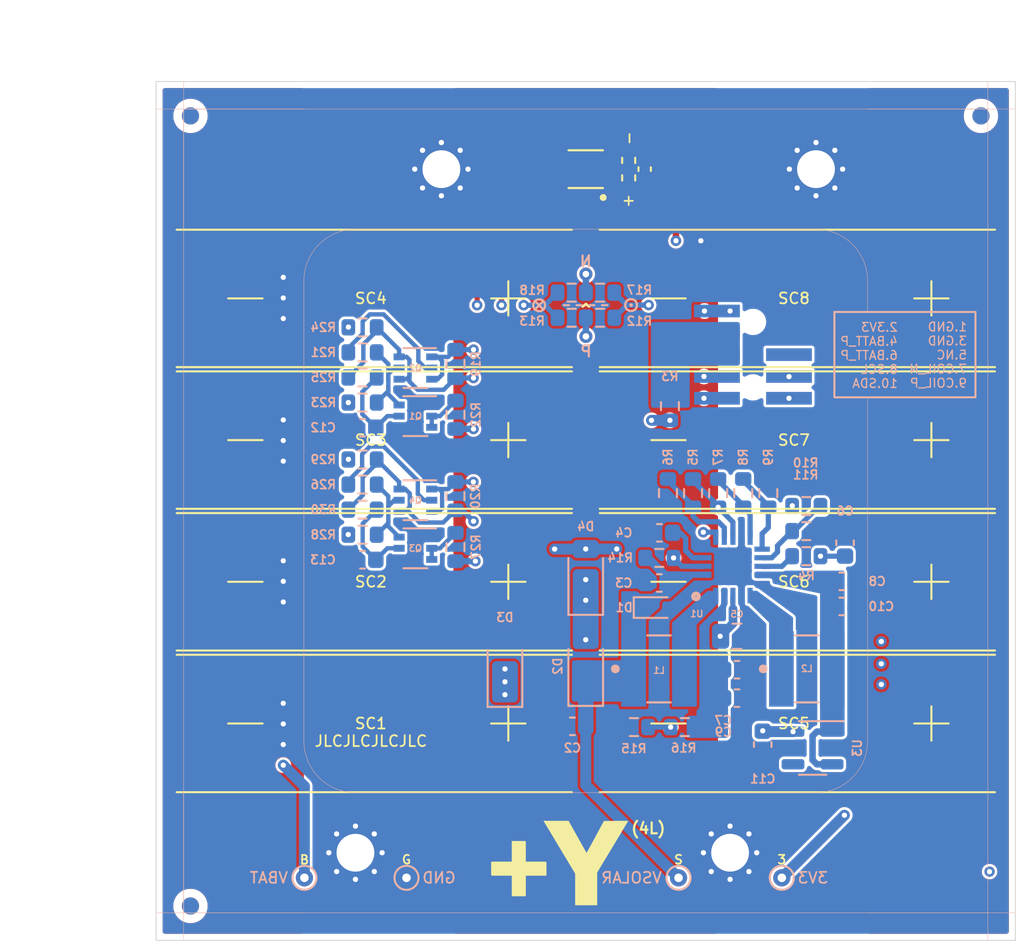
<source format=kicad_pcb>
(kicad_pcb (version 20221018) (generator pcbnew)
  (layers (0 "F.Cu" signal "Top") (1 "In1.Cu" signal) (2 "In2.Cu" signal) (31 "B.Cu" signal "Bottom") (34 "B.Paste" user) (35 "F.Paste" user) (36 "B.SilkS" user "B.Silkscreen") (37 "F.SilkS" user "F.Silkscreen") (38 "B.Mask" user) (39 "F.Mask" user) (44 "Edge.Cuts" user))
  (net 0 "")
  (net 1 "Net-(U1-VREF_SAMP)")
  (net 2 "COIL_P")
  (net 3 "GND")
  (net 4 "+3V3")
  (net 5 "VSOLAR")
  (net 6 "BATT_P")
  (net 7 "COIL_N")
  (net 8 "Net-(U1-VSTOR)")
  (net 9 "/coil")
  (net 10 "VBAT")
  (net 11 "VOUT_EN")
  (net 12 "VBAT_OK")
  (net 13 "Net-(D3-K)")
  (net 15 "Net-(U1-LBOOST)")
  (net 16 "Net-(U1-LBUCK)")
  (net 17 "/VSOLAR_FULL")
  (net 18 "Net-(U1-VBAT_OV)")
  (net 19 "Net-(U1-VRDIV)")
  (net 20 "SCL_LS")
  (net 21 "Net-(U1-OK_HYST)")
  (net 22 "Net-(U1-OK_PROG)")
  (net 23 "Net-(U1-VOUT_SET)")
  (net 24 "SDA_LS")
  (net 25 "Net-(U1-VOC_SAMP)")
  (net 26 "Net-(Q1B-G1)")
  (net 27 "Net-(Q3B-G1)")
  (net 28 "Net-(Q1A-G2)")
  (net 29 "Net-(Q1A-D1)")
  (net 30 "Net-(Q2A-B1)")
  (net 31 "Net-(Q3A-G2)")
  (net 32 "SDA")
  (net 33 "SCL")
  (net 34 "Net-(Q3A-D1)")
  (net 35 "Net-(Q4A-B1)")
  (net 36 "Net-(U1-VOUT)")
  (net 37 "Net-(U2-ADDR)")
  (footprint "solarpanels:KXOB25-05X3F" (layer "F.Cu") (at 127.41541 72.57514 180)
    (fp_text reference "SC5")
    (fp_text value "SolarCell_Small")
  )
  (footprint "solarpanels:KXOB25-05X3F" (layer "F.Cu") (at 127.41541 64.32514 180)
    (fp_text reference "SC6")
    (fp_text value "SolarCell_Small")
  )
  (footprint "solarpanels:KXOB25-05X3F" (layer "F.Cu") (at 127.41541 47.82514 180)
    (fp_text reference "SC8")
    (fp_text value "SolarCell_Small")
  )
  (footprint "solarpanels:KXOB25-05X3F" (layer "F.Cu") (at 102.79519 56.07514 180)
    (fp_text reference "SC3")
    (fp_text value "SolarCell_Small")
  )
  (footprint "solarpanels:KXOB25-05X3F" (layer "F.Cu") (at 102.79519 47.82514 180)
    (fp_text reference "SC4")
    (fp_text value "SolarCell_Small")
  )
  (footprint "solarpanels:KXOB25-05X3F" (layer "F.Cu") (at 102.79519 72.57514 180)
    (fp_text reference "SC1")
    (fp_text value "SolarCell_Small")
  )
  (footprint "solarpanels:KXOB25-05X3F" (layer "F.Cu") (at 102.79519 64.32514 180)
    (fp_text reference "SC2")
    (fp_text value "SolarCell_Small")
  )
  (footprint "Capacitor_SMD:C_0402_1005Metric" (layer "F.Cu") (at 108.03 40.3 90)
    (fp_text reference "C1" hide)
    (fp_text value "0.1uF")
  )
  (footprint "Resistor_SMD:R_0402_1005Metric" (layer "F.Cu") (at 107.1 40.81 90)
    (fp_text reference "R1" hide)
    (fp_text value "0R")
  )
  (footprint "Resistor_SMD:R_0402_1005Metric" (layer "F.Cu") (at 107.1 39.79 90)
    (fp_text reference "R2" hide)
    (fp_text value "0R")
  )
  (footprint "solarpanels:KXOB25-05X3F" (layer "F.Cu") (at 127.41541 56.07514 180)
    (fp_text reference "SC7")
    (fp_text value "SolarCell_Small")
  )
  (footprint "solarpanels:MountingHole_2.2mm_M2_DIN965_Pad_TopBottom" (layer "F.Cu") (at 91.2 80.1 -90)
    (fp_text reference "H3" hide)
    (fp_text value "MountingHole")
  )
  (footprint "custom-footprints:ypanel" (layer "F.Cu") (at 121.655 81.6271)
    (fp_text reference "Ref**" hide)
    (fp_text value "Val**" hide)
  )
  (footprint "solarpanels:OPT3001" (layer "F.Cu") (at 104.6 40.3 180)
    (fp_text reference "U2" hide)
    (fp_text value "OPT3001")
  )
  (footprint "Fiducial:Fiducial_1mm_Mask2mm" (layer "F.Cu") (at 81.6 83.2 180)
    (fp_text reference "REF**" hide)
    (fp_text value "Fiducial_1mm_Mask2mm")
  )
  (footprint "Fiducial:Fiducial_1mm_Mask2mm" (layer "F.Cu") (at 81.6 37.2 180)
    (fp_text reference "REF**" hide)
    (fp_text value "Fiducial_1mm_Mask2mm")
  )
  (footprint "Fiducial:Fiducial_1mm_Mask2mm" (layer "F.Cu") (at 127.6 37.2 180)
    (fp_text reference "REF**" hide)
    (fp_text value "Fiducial_1mm_Mask2mm")
  )
  (footprint "solarpanels:MountingHole_2.2mm_M2_DIN965_Pad_TopBottom" (layer "F.Cu") (at 118 40.3 -90)
    (fp_text reference "H1" hide)
    (fp_text value "MountingHole")
  )
  (footprint "solarpanels:MountingHole_2.2mm_M2_DIN965_Pad_TopBottom" (layer "F.Cu") (at 96.2 40.3 -90)
    (fp_text reference "H2" hide)
    (fp_text value "MountingHole")
  )
  (footprint "solarpanels:MountingHole_2.2mm_M2_DIN965_Pad_TopBottom" (layer "F.Cu") (at 113.000002 80.1 -90)
    (fp_text reference "H4" hide)
    (fp_text value "MountingHole")
  )
  (footprint "Resistor_SMD:R_0603_1608Metric" (layer "B.Cu") (at 105.433916 48.952854 180)
    (fp_text reference "R12")
    (fp_text value "0R")
  )
  (footprint "Resistor_SMD:R_0603_1608Metric" (layer "B.Cu") (at 105.433916 47.49 180)
    (fp_text reference "R17")
    (fp_text value "0R")
  )
  (footprint "Resistor_SMD:R_0603_1608Metric" (layer "B.Cu") (at 103.783108 48.952854 180)
    (fp_text reference "R13")
    (fp_text value "0R")
  )
  (footprint "Resistor_SMD:R_0603_1608Metric" (layer "B.Cu") (at 103.783108 47.49 180)
    (fp_text reference "R18")
    (fp_text value "0R")
  )
  (footprint "Capacitor_SMD:C_0603_1608Metric" (layer "B.Cu") (at 108.885 64.395 180)
    (fp_text reference "C3")
    (fp_text value "4.7uF")
  )
  (footprint "Capacitor_SMD:C_0603_1608Metric" (layer "B.Cu") (at 119.69 62.055 90)
    (fp_text reference "C6")
    (fp_text value "1uF")
  )
  (footprint "solarpanels:LPS4018" (layer "B.Cu") (at 108.86543 69.396344)
    (fp_text reference "L1")
    (fp_text value "22uH-LPS4018-223MR")
  )
  (footprint "Resistor_SMD:R_0603_1608Metric" (layer "B.Cu") (at 108.885 62.935 180)
    (fp_text reference "R14")
    (fp_text value "DNI (0R)")
  )
  (footprint "Resistor_SMD:R_0603_1608Metric" (layer "B.Cu") (at 117.435 62.835)
    (fp_text reference "R4")
    (fp_text value "0R")
  )
  (footprint "Capacitor_SMD:C_0603_1608Metric" (layer "B.Cu") (at 108.885 61.475 180)
    (fp_text reference "C4")
    (fp_text value "10nF")
  )
  (footprint "Resistor_SMD:R_0603_1608Metric" (layer "B.Cu") (at 112.305 59.165 -90)
    (fp_text reference "R7")
    (fp_text value "374K")
  )
  (footprint "Resistor_SMD:R_0603_1608Metric" (layer "B.Cu") (at 115.225 59.165 -90)
    (fp_text reference "R9")
    (fp_text value "4.53M")
  )
  (footprint "Resistor_SMD:R_0603_1608Metric" (layer "B.Cu") (at 107.405 72.785)
    (fp_text reference "R15")
    (fp_text value "DNI (0R)")
  )
  (footprint "Resistor_SMD:R_0603_1608Metric" (layer "B.Cu") (at 113.765 59.165 -90)
    (fp_text reference "R8")
    (fp_text value "8.25M")
  )
  (footprint "Resistor_SMD:R_0603_1608Metric" (layer "B.Cu") (at 109.385 59.165 90)
    (fp_text reference "R6")
    (fp_text value "5.62M")
  )
  (footprint "solarpanels:QFN50P350X350X100-21N-D" (layer "B.Cu") (at 113.165 63.425)
    (fp_text reference "U1")
    (fp_text value "BQ25570RGRR" hide)
  )
  (footprint "Capacitor_SMD:C_0805_2012Metric" (layer "B.Cu") (at 113.4 67.5)
    (fp_text reference "C5")
    (fp_text value "100uF")
  )
  (footprint "Resistor_SMD:R_0603_1608Metric" (layer "B.Cu") (at 110.36698 72.785 180)
    (fp_text reference "R16")
    (fp_text value "0R")
  )
  (footprint "Resistor_SMD:R_0603_1608Metric" (layer "B.Cu") (at 110.845 59.165 90)
    (fp_text reference "R5")
    (fp_text value "7.32M")
  )
  (footprint "Resistor_SMD:R_0603_1608Metric" (layer "B.Cu") (at 117.435 59.915 180)
    (fp_text reference "R10")
    (fp_text value "8.25M")
  )
  (footprint "Resistor_SMD:R_0603_1608Metric" (layer "B.Cu") (at 117.435 61.375 180)
    (fp_text reference "R11")
    (fp_text value "4.75M")
  )
  (footprint "solarpanels:LPS4018" (layer "B.Cu") (at 117.46698 69.396344)
    (fp_text reference "L2")
    (fp_text value "10uH-LPS4018-103MR")
  )
  (footprint "TestPoint:TestPoint_THTPad_D1.0mm_Drill0.5mm" (layer "B.Cu") (at 110 81.56 -90)
    (fp_text reference "TP1" hide)
    (fp_text value "TP")
  )
  (footprint "TestPoint:TestPoint_THTPad_D1.0mm_Drill0.5mm" (layer "B.Cu") (at 94.17 81.56 -90)
    (fp_text reference "TP2" hide)
    (fp_text value "TP")
  )
  (footprint "TestPoint:TestPoint_THTPad_D1.0mm_Drill0.5mm" (layer "B.Cu") (at 116.01 81.56 -90)
    (fp_text reference "TP3" hide)
    (fp_text value "TP")
  )
  (footprint "TestPoint:TestPoint_THTPad_D1.0mm_Drill0.5mm" (layer "B.Cu") (at 88.23 81.56 -90)
    (fp_text reference "TP4" hide)
    (fp_text value "TP")
  )
  (footprint "Capacitor_SMD:C_0603_1608Metric" (layer "B.Cu") (at 119.5 64.3)
    (fp_text reference "C8")
    (fp_text value "22uF")
  )
  (footprint "Package_TO_SOT_SMD:SOT-363_SC-70-6" (layer "B.Cu") (at 94.69 59.575 180)
    (fp_text reference "Q4")
    (fp_text value "MBT2222ADW1T1")
  )
  (footprint "Resistor_SMD:R_0603_1608Metric" (layer "B.Cu") (at 97.02 51.64 90)
    (fp_text reference "R19")
    (fp_text value "DNI (0R)")
  )
  (footprint "Diode_SMD:D_PowerDI-123" (layer "B.Cu") (at 104.6 63.94 90)
    (fp_text reference "D4")
    (fp_text value "DFLS130L-7")
  )
  (footprint "Resistor_SMD:R_0603_1608Metric" (layer "B.Cu") (at 91.61 61.585)
    (fp_text reference "R28")
    (fp_text value "10K")
  )
  (footprint "Capacitor_SMD:C_0603_1608Metric" (layer "B.Cu") (at 113.4 71.1)
    (fp_text reference "C9")
    (fp_text value "0.1uF")
  )
  (footprint "Diode_SMD:D_PowerDI-123" (layer "B.Cu") (at 104.6 69.24 90)
    (fp_text reference "D2")
    (fp_text value "DFLS130L-7")
  )
  (footprint "Resistor_SMD:R_0603_1608Metric" (layer "B.Cu") (at 91.61 49.51)
    (fp_text reference "R24")
    (fp_text value "10K")
  )
  (footprint "Capacitor_SMD:C_0603_1608Metric" (layer "B.Cu") (at 119.5 65.76)
    (fp_text reference "C10")
    (fp_text value "0.1uF")
  )
  (footprint "Resistor_SMD:R_0603_1608Metric" (layer "B.Cu") (at 97.02 62.3 90)
    (fp_text reference "R27")
    (fp_text value "100K")
  )
  (footprint "Package_TO_SOT_SMD:SOT-363_SC-70-6" (layer "B.Cu") (at 94.69 54.68 180)
    (fp_text reference "Q1")
    (fp_text value "NX3008NBKS")
  )
  (footprint "Capacitor_SMD:C_0603_1608Metric" (layer "B.Cu") (at 91.61 63.045 180)
    (fp_text reference "C13")
    (fp_text value "10nF")
  )
  (footprint "Resistor_SMD:R_0603_1608Metric" (layer "B.Cu") (at 109.5 54.1 -90)
    (fp_text reference "R3")
    (fp_text value "0R")
  )
  (footprint "Diode_SMD:D_SOD-523" (layer "B.Cu") (at 108.655 65.825)
    (fp_text reference "D1")
    (fp_text value "SZMM5Z5V1T1G")
  )
  (footprint "Resistor_SMD:R_0603_1608Metric" (layer "B.Cu") (at 91.61 60.125)
    (fp_text reference "R30")
    (fp_text value "200K")
  )
  (footprint "Capacitor_SMD:C_0603_1608Metric" (layer "B.Cu") (at 113.4 69.445)
    (fp_text reference "C7")
    (fp_text value "4.7uF")
  )
  (footprint "Package_TO_SOT_SMD:SOT-363_SC-70-6" (layer "B.Cu") (at 94.69 51.88 180)
    (fp_text reference "Q2")
    (fp_text value "MBT2222ADW1T1")
  )
  (footprint "Resistor_SMD:R_0603_1608Metric" (layer "B.Cu") (at 91.61 53.89)
    (fp_text reference "R23")
    (fp_text value "10K")
  )
  (footprint "Resistor_SMD:R_0603_1608Metric" (layer "B.Cu") (at 91.61 50.97)
    (fp_text reference "R21")
    (fp_text value "680R")
  )
  (footprint "Fiducial:Fiducial_1mm_Mask2mm" (layer "B.Cu") (at 81.6 83.2)
    (fp_text reference "REF**" hide)
    (fp_text value "Fiducial_1mm_Mask2mm")
  )
  (footprint "Package_TO_SOT_SMD:SOT-23-5" (layer "B.Cu") (at 117.8 74 180)
    (fp_text reference "U3")
    (fp_text value "MAX40200AUK")
  )
  (footprint "Capacitor_SMD:C_0603_1608Metric" (layer "B.Cu") (at 114.9 73.8 -90)
    (fp_text reference "C11")
    (fp_text value "0.1uF")
  )
  (footprint "Resistor_SMD:R_0603_1608Metric" (layer "B.Cu") (at 91.61 52.43)
    (fp_text reference "R25")
    (fp_text value "200K")
  )
  (footprint "Resistor_SMD:R_0603_1608Metric" (layer "B.Cu") (at 91.61 57.205)
    (fp_text reference "R29")
    (fp_text value "10K")
  )
  (footprint "Resistor_SMD:R_0603_1608Metric" (layer "B.Cu") (at 97.02 59.34 90)
    (fp_text reference "R20")
    (fp_text value "DNI (0R)")
  )
  (footprint "Fiducial:Fiducial_1mm_Mask2mm" (layer "B.Cu") (at 81.6 37.2)
    (fp_text reference "REF**" hide)
    (fp_text value "Fiducial_1mm_Mask2mm")
  )
  (footprint "Capacitor_SMD:C_0603_1608Metric" (layer "B.Cu") (at 91.61 55.35 180)
    (fp_text reference "C12")
    (fp_text value "10nF")
  )
  (footprint "solarpanels:SAMTEC-FTS-105-01-X-DV-A" (layer "B.Cu") (at 114.332995 51.099999 -90)
    (fp_text reference "J1" hide)
    (fp_text value "FTS-105-01-X-DV-A")
  )
  (footprint "Capacitor_SMD:C_0603_1608Metric" (layer "B.Cu") (at 103.825 72.74 180)
    (fp_text reference "C2")
    (fp_text value "0.1uF")
  )
  (footprint "Package_TO_SOT_SMD:SOT-363_SC-70-6" (layer "B.Cu") (at 94.69 62.375 180)
    (fp_text reference "Q3")
    (fp_text value "NX3008NBKS")
  )
  (footprint "Resistor_SMD:R_0603_1608Metric" (layer "B.Cu") (at 97.02 54.6 90)
    (fp_text reference "R22")
    (fp_text value "100K")
  )
  (footprint "Resistor_SMD:R_0603_1608Metric" (layer "B.Cu") (at 91.61 58.665)
    (fp_text reference "R26")
    (fp_text value "680R")
  )
  (footprint "custom-footprints:pycubed_mini_half" (layer "B.Cu") (at 104.7 39.2 180)
    (fp_text reference "Ref**" hide)
    (fp_text value "Val**" hide)
  )
  (footprint "Fiducial:Fiducial_1mm_Mask2mm" (layer "B.Cu") (at 127.6 37.2)
    (fp_text reference "REF**" hide)
    (fp_text value "Fiducial_1mm_Mask2mm")
  )
  (footprint "Diode_SMD:D_PowerDI-123" (layer "B.Cu") (at 99.9 69.3 90)
    (fp_text reference "D3")
    (fp_text value "DFLS130L-7")
  )
  (gr_line (start 103.313916 48.22) (end 103.631416 48.22) (stroke (width 0.12)) (layer "B.SilkS"))
  (gr_line (start 104.38 48.22) (end 104.0625 48.22) (stroke (width 0.12)) (layer "B.SilkS"))
  (gr_line (start 121 53.59) (end 121 73.6) (stroke (width 0.0254)) (layer "B.SilkS"))
  (gr_line (start 121 46.8) (end 121 48.57) (stroke (width 0.0254)) (layer "B.SilkS"))
  (gr_line (start 105.86 48.22) (end 105.5425 48.22) (stroke (width 0.12)) (layer "B.SilkS"))
  (gr_line (start 88.2 46.8) (end 88.2 73.6) (stroke (width 0.0254)) (layer "B.SilkS"))
  (gr_arc (start 88.2 46.8) (mid 89.07868 44.67868) (end 91.2 43.8) (stroke (width 0.0254)) (layer "B.SilkS"))
  (gr_arc (start 121 73.6) (mid 120.12132 75.72132) (end 118 76.6) (stroke (width 0.0254)) (layer "B.SilkS"))
  (gr_line (start 88.2 36.8) (end 81.2 36.8) (stroke (width 0.0254)) (layer "B.SilkS"))
  (gr_line (start 88.2 83.6) (end 81.2 83.6) (stroke (width 0.0254)) (layer "B.SilkS"))
  (gr_line (start 81.2 36.8) (end 81.2 43.8) (stroke (width 0.0254)) (layer "B.SilkS"))
  (gr_line (start 79.64 36.8) (end 129.56 36.8) (stroke (width 0.0254)) (layer "B.SilkS"))
  (gr_line (start 104.793916 48.22) (end 105.111416 48.22) (stroke (width 0.12)) (layer "B.SilkS"))
  (gr_line (start 128 35.24) (end 128 43.8) (stroke (width 0.0254)) (layer "B.SilkS"))
  (gr_arc (start 91.2 76.6) (mid 89.07868 75.72132) (end 88.2 73.6) (stroke (width 0.0254)) (layer "B.SilkS"))
  (gr_line (start 128 85.16) (end 128 76.6) (stroke (width 0.0254)) (layer "B.SilkS"))
  (gr_line (start 79.64 83.6) (end 129.56 83.6) (stroke (width 0.0254)) (layer "B.SilkS"))
  (gr_line (start 128 43.8) (end 128 76.6) (stroke (width 0.0254)) (layer "B.SilkS"))
  (gr_line (start 121 36.8) (end 128 36.8) (stroke (width 0.0254)) (layer "B.SilkS"))
  (gr_line (start 81.2 83.6) (end 81.2 76.6) (stroke (width 0.0254)) (layer "B.SilkS"))
  (gr_arc (start 118 43.8) (mid 120.12132 44.67868) (end 121 46.8) (stroke (width 0.0254)) (layer "B.SilkS"))
  (gr_rect (start 119.07 48.615) (end 127.28 53.585) (stroke (width 0.12)) (fill none) (layer "B.SilkS"))
  (gr_line (start 81.2 35.24) (end 81.2 85.16) (stroke (width 0.0254)) (layer "B.SilkS"))
  (gr_line (start 91.2 76.6) (end 118 76.6) (stroke (width 0.0254)) (layer "B.SilkS"))
  (gr_line (start 121 83.6) (end 128 83.6) (stroke (width 0.0254)) (layer "B.SilkS"))
  (gr_line (start 118 43.8) (end 91.2 43.8) (stroke (width 0.0254)) (layer "B.SilkS"))
  (gr_line (start 79.599993 85.199995) (end 129.599994 85.199995) (stroke (width 0.0508)) (layer "Edge.Cuts"))
  (gr_line (start 79.599993 35.199993) (end 79.599993 85.199995) (stroke (width 0.0508)) (layer "Edge.Cuts"))
  (gr_line (start 129.599994 35.199993) (end 79.599993 35.199993) (stroke (width 0.0508)) (layer "Edge.Cuts"))
  (gr_line (start 129.599994 85.199995) (end 129.599994 35.199993) (stroke (width 0.0508)) (layer "Edge.Cuts"))
  (gr_text "P" (at 104.6125 50.91) (layer "B.SilkS") (effects (font (size 0.635 0.635) (thickness 0.127)) (justify mirror)))
  (gr_text "N" (at 104.6 45.68) (layer "B.SilkS") (effects (font (size 0.635 0.635) (thickness 0.127)) (justify mirror)))
  (gr_text "3V3" (at 118.76 81.56) (layer "B.SilkS") (effects (font (size 0.635 0.635) (thickness 0.1016)) (justify left mirror)))
  (gr_text "GND" (at 97.1 81.56) (layer "B.SilkS") (effects (font (size 0.635 0.635) (thickness 0.1016)) (justify left mirror)))
  (gr_text "VSOLAR" (at 109.09 81.56) (layer "B.SilkS") (effects (font (size 0.635 0.635) (thickness 0.1016)) (justify left mirror)))
  (gr_text "VBAT" (at 87.33 81.56) (layer "B.SilkS") (effects (font (size 0.635 0.635) (thickness 0.1016)) (justify left mirror)))
  (gr_text "⊗" (at 101.89 48.16) (layer "B.SilkS") (effects (font (size 0.889 0.889) (thickness 0.127)) (justify mirror)))
  (gr_text "⊙" (at 107.24 48.28 180) (layer "B.SilkS") (effects (font (size 0.889 0.889) (thickness 0.127)) (justify mirror)))
  (gr_text "2.3V3\n4.BATT_P\n6.BATT_P\n8.SCL\n10.SDA" (at 122.805 51.14) (layer "B.SilkS") (effects (font (size 0.508 0.508) (thickness 0.0762)) (justify left mirror)))
  (gr_text "1.GND\n3.GND\n5.NC\n7.COIL_N\n9.COIL_P" (at 126.83 51.12) (layer "B.SilkS") (effects (font (size 0.508 0.508) (thickness 0.0762)) (justify left mirror)))
  (gr_text "B" (at 88.23 80.51) (layer "F.SilkS") (effects (font (size 0.508 0.508) (thickness 0.1016))))
  (gr_text "(4L)" (at 108.24 78.68) (layer "F.SilkS") (effects (font (size 0.635 0.635) (thickness 0.127))))
  (gr_text "JLCJLCJLCJLC" (at 92.099 73.6) (layer "F.SilkS") (effects (font (size 0.635 0.635) (thickness 0.1016) bold)))
  (gr_text "-" (at 107.1 38.5 90) (layer "F.SilkS") (effects (font (size 0.635 0.635) (thickness 0.1016))))
  (gr_text "+" (at 107.1 42.1) (layer "F.SilkS") (effects (font (size 0.635 0.635) (thickness 0.1016))))
  (gr_text "G" (at 94.17 80.5) (layer "F.SilkS") (effects (font (size 0.508 0.508) (thickness 0.1016))))
  (gr_text "3" (at 116.01 80.5) (layer "F.SilkS") (effects (font (size 0.508 0.508) (thickness 0.1016))))
  (gr_text "^" (at 104.61 48.75) (layer "F.SilkS") (effects (font (size 1 1))))
  (gr_text "S" (at 110 80.5) (layer "F.SilkS") (effects (font (size 0.508 0.508) (thickness 0.1016))))
  (segment (start 110.825 62.925) (end 110.4148 62.5148) (width 0.3048) (layer "B.Cu") (net 1))
  (segment (start 110.095 61.475) (end 109.66 61.475) (width 0.3048) (layer "B.Cu") (net 1))
  (segment (start 111.465 62.925) (end 110.825 62.925) (width 0.3048) (layer "B.Cu") (net 1))
  (segment (start 110.4148 61.7948) (end 110.095 61.475) (width 0.3048) (layer "B.Cu") (net 1))
  (segment (start 110.4148 62.5148) (end 110.4148 61.7948) (width 0.3048) (layer "B.Cu") (net 1))
  (via (at 116.427495 53.639999) (size 0.6096) (drill 0.3048) (layers "F.Cu" "B.Cu") (net 2))
  (via (at 104.61 50.04) (size 0.762) (drill 0.381) (layers "F.Cu" "B.Cu") (net 2))
  (segment (start 104.608108 50.038108) (end 104.61 50.04) (width 0.381) (layer "B.Cu") (net 2))
  (segment (start 104.608108 48.952854) (end 104.608108 50.038108) (width 0.381) (layer "B.Cu") (net 2))
  (segment (start 109.85 39.65) (end 106.2 39.65) (width 0.381) (layer "F.Cu") (net 3))
  (segment (start 111.29 44.46) (end 111.29 41.09) (width 0.381) (layer "F.Cu") (net 3))
  (segment (start 106.2 39.65) (end 105.25 39.65) (width 0.381) (layer "F.Cu") (net 3))
  (segment (start 111.29 41.09) (end 109.85 39.65) (width 0.381) (layer "F.Cu") (net 3))
  (segment (start 106.2 39.65) (end 105.595 39.65) (width 0.381) (layer "F.Cu") (net 3))
  (segment (start 105.25 39.65) (end 104.6 40.3) (width 0.381) (layer "F.Cu") (net 3))
  (segment (start 111.3 44.47) (end 111.29 44.46) (width 0.381) (layer "F.Cu") (net 3))
  (via (at 87 63.1) (size 0.6) (drill 0.3) (layers "F.Cu" "B.Cu") (net 3))
  (via (at 87 47.8) (size 0.6) (drill 0.3) (layers "F.Cu" "B.Cu") (net 3))
  (via (at 87 73.8) (size 0.6) (drill 0.3) (layers "F.Cu" "B.Cu") (net 3))
  (via (at 87 56.1) (size 0.6) (drill 0.3) (layers "F.Cu" "B.Cu") (net 3))
  (via (at 87 64.3) (size 0.6) (drill 0.3) (layers "F.Cu" "B.Cu") (net 3))
  (via (at 87 54.9) (size 0.6) (drill 0.3) (layers "F.Cu" "B.Cu") (net 3))
  (via (at 111.3 44.47) (size 0.6096) (drill 0.3048) (layers "F.Cu" "B.Cu") (net 3))
  (via (at 87 46.6) (size 0.6) (drill 0.3) (layers "F.Cu" "B.Cu") (net 3))
  (via (at 87 72.6) (size 0.6) (drill 0.3) (layers "F.Cu" "B.Cu") (net 3))
  (via (at 87 71.4) (size 0.6) (drill 0.3) (layers "F.Cu" "B.Cu") (net 3))
  (via (at 87 57.3) (size 0.6) (drill 0.3) (layers "F.Cu" "B.Cu") (net 3))
  (via (at 87 49) (size 0.6) (drill 0.3) (layers "F.Cu" "B.Cu") (net 3))
  (via (at 87 65.5) (size 0.6) (drill 0.3) (layers "F.Cu" "B.Cu") (net 3))
  (segment (start 109.85 44.47) (end 109.85 41.75) (width 0.381) (layer "F.Cu") (net 4))
  (segment (start 109.05 40.95) (end 105.595 40.95) (width 0.381) (layer "F.Cu") (net 4))
  (segment (start 109.85 41.75) (end 109.05 40.95) (width 0.381) (layer "F.Cu") (net 4))
  (via (at 90.78 61.575) (size 0.6096) (drill 0.3048) (layers "F.Cu" "B.Cu") (net 4))
  (via (at 116.6625 73.05) (size 0.6096) (drill 0.3048) (layers "F.Cu" "B.Cu") (net 4))
  (via (at 114.9 73) (size 0.6096) (drill 0.3048) (layers "F.Cu" "B.Cu") (net 4))
  (via (at 90.79 49.495) (size 0.6096) (drill 0.3048) (layers "F.Cu" "B.Cu") (net 4))
  (via (at 109.85 44.47) (size 0.6096) (drill 0.3048) (layers "F.Cu" "B.Cu") (net 4))
  (via (at 113 48.56) (size 0.6096) (drill 0.3048) (layers "F.Cu" "B.Cu") (net 4))
  (via (at 111.51 48.56) (size 0.6096) (drill 0.3048) (layers "F.Cu" "B.Cu") (net 4))
  (via (at 119.655111 77.914889) (size 0.6096) (drill 0.3048) (layers "F.Cu" "B.Cu") (net 4))
  (via (at 90.79 57.195) (size 0.6096) (drill 0.3048) (layers "F.Cu" "B.Cu") (net 4))
  (via (at 90.785 53.89) (size 0.6096) (drill 0.3048) (layers "F.Cu" "B.Cu") (net 4))
  (via (at 98.07 55.43) (size 0.6096) (drill 0.3048) (layers "F.Cu" "B.Cu") (net 4))
  (via (at 98.18 63.125) (size 0.6096) (drill 0.3048) (layers "F.Cu" "B.Cu") (net 4))
  (segment (start 114.9 73.025) (end 114.9 73) (width 0.1524) (layer "B.Cu") (net 4))
  (segment (start 98.18 63.125) (end 97.02 63.125) (width 0.381) (layer "B.Cu") (net 4))
  (segment (start 98.07 55.43) (end 98.065 55.425) (width 0.381) (layer "B.Cu") (net 4))
  (segment (start 114.9 73) (end 114.875 73) (width 0.1524) (layer "B.Cu") (net 4))
  (segment (start 116.6625 73.05) (end 114.95 73.05) (width 0.635) (layer "B.Cu") (net 4))
  (segment (start 116.6625 73.05) (end 114.975 73.05) (width 0.635) (layer "B.Cu") (net 4))
  (segment (start 114.95 73.05) (end 114.9 73) (width 0.635) (layer "B.Cu") (net 4))
  (segment (start 114.875 73) (end 114.9 73.025) (width 0.1524) (layer "B.Cu") (net 4))
  (segment (start 98.065 55.425) (end 97.02 55.425) (width 0.381) (layer "B.Cu") (net 4))
  (segment (start 114.975 73.05) (end 114.925 73) (width 0.635) (layer "B.Cu") (net 4))
  (segment (start 119.655111 77.914889) (end 116.01 81.56) (width 0.635) (layer "B.Cu") (net 4))
  (segment (start 114.925 73) (end 114.9 73.025) (width 0.1524) (layer "B.Cu") (net 4))
  (segment (start 104.6 76.16) (end 104.6 72.74) (width 0.635) (layer "B.Cu") (net 5))
  (segment (start 109.66 64.39) (end 108.205 62.935) (width 0.508) (layer "B.Cu") (net 5))
  (segment (start 104.6 72.74) (end 104.6 70.09) (width 0.889) (layer "B.Cu") (net 5))
  (segment (start 110 81.56) (end 104.6 76.16) (width 0.635) (layer "B.Cu") (net 5))
  (via (at 104.61 46.41) (size 0.762) (drill 0.381) (layers "F.Cu" "B.Cu") (net 7))
  (via (at 116.43 52.38) (size 0.6096) (drill 0.3048) (layers "F.Cu" "B.Cu") (net 7))
  (segment (start 104.608108 46.411892) (end 104.61 46.41) (width 0.381) (layer "B.Cu") (net 7))
  (segment (start 104.608108 47.49) (end 104.608108 46.411892) (width 0.381) (layer "B.Cu") (net 7))
  (via (at 108.26 48.21) (size 0.6096) (drill 0.3048) (layers "F.Cu" "B.Cu") (net 9))
  (via (at 128.1 81.2) (size 0.6) (drill 0.3) (layers "F.Cu" "B.Cu") (net 9))
  (via (at 100.99 48.22) (size 0.6096) (drill 0.3048) (layers "F.Cu" "B.Cu") (net 9))
  (segment (start 102.225254 48.22) (end 102.958108 48.952854) (width 0.3048) (layer "B.Cu") (net 9))
  (segment (start 102.228108 48.22) (end 100.99 48.22) (width 0.3048) (layer "B.Cu") (net 9))
  (segment (start 106.978916 48.21) (end 106.258916 47.49) (width 0.3048) (layer "B.Cu") (net 9))
  (segment (start 100.99 48.22) (end 102.225254 48.22) (width 0.3048) (layer "B.Cu") (net 9))
  (segment (start 107.00177 48.21) (end 106.258916 48.952854) (width 0.3048) (layer "B.Cu") (net 9))
  (segment (start 108.26 48.21) (end 107.91 48.21) (width 0.3048) (layer "B.Cu") (net 9))
  (segment (start 107.91 48.21) (end 106.978916 48.21) (width 0.3048) (layer "B.Cu") (net 9))
  (segment (start 107.91 48.21) (end 107.00177 48.21) (width 0.3048) (layer "B.Cu") (net 9))
  (segment (start 102.958108 47.49) (end 102.228108 48.22) (width 0.3048) (layer "B.Cu") (net 9))
  (via (at 112.425 67.495) (size 0.6) (drill 0.3) (layers "F.Cu" "B.Cu") (net 10))
  (via (at 109.5 54.925) (size 0.6096) (drill 0.3048) (layers "F.Cu" "B.Cu") (net 10))
  (via (at 87 75) (size 0.6096) (drill 0.3048) (layers "F.Cu" "B.Cu") (net 10))
  (via (at 108.425 54.925) (size 0.6096) (drill 0.3048) (layers "F.Cu" "B.Cu") (net 10))
  (segment (start 113.16014 65.125) (end 113.16014 65.854344) (width 0.29972) (layer "B.Cu") (net 10))
  (segment (start 87 75) (end 88.23 76.23) (width 0.635) (layer "B.Cu") (net 10))
  (segment (start 108.425 54.925) (end 109.5 54.925) (width 0.635) (layer "B.Cu") (net 10))
  (segment (start 112.425 67.495) (end 113.17 66.75) (width 0.508) (layer "B.Cu") (net 10))
  (segment (start 88.23 76.23) (end 88.23 81.56) (width 0.635) (layer "B.Cu") (net 10))
  (segment (start 113.17 66.75) (end 113.17 65.91) (width 0.508) (layer "B.Cu") (net 10))
  (via (at 118.26 62.835) (size 0.6096) (drill 0.3048) (layers "F.Cu" "B.Cu") (net 11))
  (via (at 111.44 61.4391) (size 0.6096) (drill 0.3048) (layers "F.Cu" "B.Cu") (net 11))
  (segment (start 112.165 61.4391) (end 112.165 61.725) (width 0.3048) (layer "B.Cu") (net 11))
  (segment (start 118.26 62.835) (end 119.665 62.835) (width 0.3048) (layer "B.Cu") (net 11))
  (segment (start 111.44 61.4391) (end 112.165 61.4391) (width 0.3048) (layer "B.Cu") (net 11))
  (segment (start 116.02 63.425) (end 116.61 62.835) (width 0.3048) (layer "B.Cu") (net 12))
  (segment (start 114.865 63.425) (end 116.02 63.425) (width 0.3048) (layer "B.Cu") (net 12))
  (via (at 99.9 69.4) (size 0.6096) (drill 0.3048) (layers "F.Cu" "B.Cu") (net 13))
  (via (at 99.9 70.15) (size 0.6096) (drill 0.3048) (layers "F.Cu" "B.Cu") (net 13))
  (via (at 106.405 62.415) (size 0.6096) (drill 0.3048) (layers "F.Cu" "B.Cu") (net 13))
  (via (at 102.79 62.42) (size 0.6096) (drill 0.3048) (layers "F.Cu" "B.Cu") (net 13))
  (via (at 104.6 62.415) (size 0.6096) (drill 0.3048) (layers "F.Cu" "B.Cu") (net 13))
  (via (at 99.9 70.9) (size 0.6096) (drill 0.3048) (layers "F.Cu" "B.Cu") (net 13))
  (segment (start 102.79 62.42) (end 104.595 62.42) (width 0.635) (layer "B.Cu") (net 13))
  (segment (start 104.595 62.42) (end 104.6 62.415) (width 0.1524) (layer "B.Cu") (net 13))
  (segment (start 106.405 62.415) (end 104.6 62.415) (width 0.635) (layer "B.Cu") (net 13))
  (via (at 104.6 65.4) (size 0.6096) (drill 0.3048) (layers "F.Cu" "B.Cu") (net 17))
  (via (at 104.6 67.7) (size 0.6096) (drill 0.3048) (layers "F.Cu" "B.Cu") (net 17))
  (via (at 121.8 70.3) (size 0.6096) (drill 0.3048) (layers "F.Cu" "B.Cu") (net 17))
  (via (at 121.8 67.8) (size 0.6096) (drill 0.3048) (layers "F.Cu" "B.Cu") (net 17))
  (via (at 121.8 69.1) (size 0.6096) (drill 0.3048) (layers "F.Cu" "B.Cu") (net 17))
  (via (at 104.6 64.2) (size 0.6096) (drill 0.3048) (layers "F.Cu" "B.Cu") (net 17))
  (segment (start 111.16 60.83) (end 110.845 60.515) (width 0.3048) (layer "B.Cu") (net 18))
  (segment (start 112.665 61.725) (end 112.665 61.175) (width 0.3048) (layer "B.Cu") (net 18))
  (segment (start 112.665 61.175) (end 112.32 60.83) (width 0.3048) (layer "B.Cu") (net 18))
  (segment (start 112.32 60.83) (end 111.16 60.83) (width 0.3048) (layer "B.Cu") (net 18))
  (segment (start 110.845 60.515) (end 110.845 59.99) (width 0.3048) (layer "B.Cu") (net 18))
  (segment (start 110.845 59.905) (end 109.385 58.445) (width 0.3048) (layer "B.Cu") (net 18))
  (via (at 116.62 59.9) (size 0.6096) (drill 0.3048) (layers "F.Cu" "B.Cu") (net 19))
  (via (at 112.305 59.99) (size 0.6096) (drill 0.3048) (layers "F.Cu" "B.Cu") (net 19))
  (segment (start 113.165 61.725) (end 113.165 60.85) (width 0.3048) (layer "B.Cu") (net 19))
  (segment (start 113.165 60.85) (end 112.305 59.99) (width 0.3048) (layer "B.Cu") (net 19))
  (segment (start 110.845 58.445) (end 112.305 59.905) (width 0.3048) (layer "B.Cu") (net 19))
  (segment (start 101.19 39.65) (end 103.605 39.65) (width 0.3048) (layer "F.Cu") (net 20))
  (segment (start 99.5 44.66) (end 99.5 41.34) (width 0.3048) (layer "F.Cu") (net 20))
  (segment (start 99.5 41.34) (end 101.19 39.65) (width 0.3048) (layer "F.Cu") (net 20))
  (segment (start 98.28 45.88) (end 99.5 44.66) (width 0.3048) (layer "F.Cu") (net 20))
  (segment (start 98.28 48.22) (end 98.28 45.88) (width 0.3048) (layer "F.Cu") (net 20))
  (via (at 98.28 48.22) (size 0.6096) (drill 0.3048) (layers "F.Cu" "B.Cu") (net 20))
  (via (at 98.07 52.46) (size 0.6096) (drill 0.3048) (layers "F.Cu" "B.Cu") (net 20))
  (segment (start 96.335 53.145) (end 97.02 52.46) (width 0.254) (layer "B.Cu") (net 20))
  (segment (start 94.82 53.145) (end 96.335 53.145) (width 0.254) (layer "B.Cu") (net 20))
  (segment (start 92.435 49.72) (end 91.66 50.495) (width 0.254) (layer "B.Cu") (net 20))
  (segment (start 94.3444 52.0494) (end 94.3444 52.3506) (width 0.254) (layer "B.Cu") (net 20))
  (segment (start 91.66 50.495) (end 91.66 51.555) (width 0.254) (layer "B.Cu") (net 20))
  (segment (start 94.165 52.53) (end 93.74 52.53) (width 0.254) (layer "B.Cu") (net 20))
  (segment (start 94.3444 52.0494) (end 94.3444 52.6694) (width 0.254) (layer "B.Cu") (net 20))
  (segment (start 94.3444 52.3506) (end 94.165 52.53) (width 0.254) (layer "B.Cu") (net 20))
  (segment (start 92.435 49.51) (end 93.74 50.815) (width 0.254) (layer "B.Cu") (net 20))
  (segment (start 91.66 51.555) (end 90.785 52.43) (width 0.254) (layer "B.Cu") (net 20))
  (segment (start 93.74 51.23) (end 94.1738 51.23) (width 0.254) (layer "B.Cu") (net 20))
  (segment (start 94.3444 51.4006) (end 94.3444 52.0494) (width 0.254) (layer "B.Cu") (net 20))
  (segment (start 94.3444 52.6694) (end 94.82 53.145) (width 0.254) (layer "B.Cu") (net 20))
  (segment (start 93.74 50.815) (end 93.74 51.23) (width 0.254) (layer "B.Cu") (net 20))
  (segment (start 94.1738 51.23) (end 94.3444 51.4006) (width 0.254) (layer "B.Cu") (net 20))
  (segment (start 98.07 52.46) (end 97.02 52.46) (width 0.3048) (layer "B.Cu") (net 20))
  (segment (start 114.165 61.725) (end 114.165 60.39) (width 0.3048) (layer "B.Cu") (net 21))
  (segment (start 114.165 60.39) (end 113.765 59.99) (width 0.3048) (layer "B.Cu") (net 21))
  (segment (start 112.305 58.425) (end 113.765 59.885) (width 0.3048) (layer "B.Cu") (net 21))
  (segment (start 115.225 61.165) (end 115.225 59.99) (width 0.3048) (layer "B.Cu") (net 22))
  (segment (start 114.865 62.425) (end 114.865 61.525) (width 0.3048) (layer "B.Cu") (net 22))
  (segment (start 113.765 58.445) (end 115.225 59.905) (width 0.3048) (layer "B.Cu") (net 22))
  (segment (start 114.865 61.525) (end 115.225 61.165) (width 0.3048) (layer "B.Cu") (net 22))
  (segment (start 115.425 62.925) (end 115.76 62.59) (width 0.3048) (layer "B.Cu") (net 23))
  (segment (start 115.76 62.59) (end 115.76 62.225) (width 0.3048) (layer "B.Cu") (net 23))
  (segment (start 114.865 62.925) (end 115.425 62.925) (width 0.3048) (layer "B.Cu") (net 23))
  (segment (start 116.725 61.375) (end 118.185 59.915) (width 0.3048) (layer "B.Cu") (net 23))
  (segment (start 115.76 62.225) (end 116.61 61.375) (width 0.3048) (layer "B.Cu") (net 23))
  (segment (start 101.69 40.95) (end 103.605 40.95) (width 0.3048) (layer "F.Cu") (net 24))
  (segment (start 99.7 48.22) (end 99.7 46.2) (width 0.3048) (layer "F.Cu") (net 24))
  (segment (start 100.67 45.23) (end 100.67 41.97) (width 0.3048) (layer "F.Cu") (net 24))
  (segment (start 100.67 41.97) (end 101.69 40.95) (width 0.3048) (layer "F.Cu") (net 24))
  (segment (start 99.7 46.2) (end 100.67 45.23) (width 0.3048) (layer "F.Cu") (net 24))
  (via (at 99.7 48.22) (size 0.6096) (drill 0.3048) (layers "F.Cu" "B.Cu") (net 24))
  (via (at 98.07 60.8) (size 0.6096) (drill 0.3048) (layers "F.Cu" "B.Cu") (net 24))
  (segment (start 94.36 59.965) (end 94.1 60.225) (width 0.254) (layer "B.Cu") (net 24))
  (segment (start 91.62 58.255) (end 91.62 59.29) (width 0.254) (layer "B.Cu") (net 24))
  (segment (start 92.435 57.44) (end 91.62 58.255) (width 0.254) (layer "B.Cu") (net 24))
  (segment (start 94.28 60.225) (end 94.93 60.875) (width 0.254) (layer "B.Cu") (net 24))
  (segment (start 93.74 60.225) (end 94.28 60.225) (width 0.254) (layer "B.Cu") (net 24))
  (segment (start 91.62 59.29) (end 90.785 60.125) (width 0.254) (layer "B.Cu") (net 24))
  (segment (start 94.93 60.875) (end 96.305 60.875) (width 0.254) (layer "B.Cu") (net 24))
  (segment (start 96.305 60.875) (end 97.02 60.16) (width 0.254) (layer "B.Cu") (net 24))
  (segment (start 94.36 59.185) (end 94.36 59.965) (width 0.254) (layer "B.Cu") (net 24))
  (segment (start 94.1 58.925) (end 94.36 59.185) (width 0.254) (layer "B.Cu") (net 24))
  (segment (start 94.1 60.225) (end 93.74 60.225) (width 0.254) (layer "B.Cu") (net 24))
  (segment (start 93.74 58.925) (end 93.74 58.51) (width 0.254) (layer "B.Cu") (net 24))
  (segment (start 98.07 60.8) (end 97.43 60.16) (width 0.3048) (layer "B.Cu") (net 24))
  (segment (start 93.74 58.51) (end 92.435 57.205) (width 0.254) (layer "B.Cu") (net 24))
  (segment (start 97.43 60.16) (end 97.02 60.16) (width 0.3048) (layer "B.Cu") (net 24))
  (segment (start 93.74 58.925) (end 94.1 58.925) (width 0.254) (layer "B.Cu") (net 24))
  (via (at 109.71 62.935) (size 0.6096) (drill 0.3048) (layers "F.Cu" "B.Cu") (net 25))
  (via (at 109.54198 72.785) (size 0.6096) (drill 0.3048) (layers "F.Cu" "B.Cu") (net 25))
  (segment (start 108.23 72.785) (end 109.54198 72.785) (width 0.3048) (layer "B.Cu") (net 25))
  (segment (start 111.465 63.425) (end 110.2 63.425) (width 0.3048) (layer "B.Cu") (net 25))
  (segment (start 110.2 63.425) (end 109.71 62.935) (width 0.3048) (layer "B.Cu") (net 25))
  (segment (start 92.385 55.35) (end 93.055 54.68) (width 0.254) (layer "B.Cu") (net 26))
  (segment (start 91.6 53.265) (end 91.6 54.565) (width 0.254) (layer "B.Cu") (net 26))
  (segment (start 91.6 54.565) (end 92.385 55.35) (width 0.254) (layer "B.Cu") (net 26))
  (segment (start 93.055 54.68) (end 93.74 54.68) (width 0.254) (layer "B.Cu") (net 26))
  (segment (start 92.435 52.43) (end 91.6 53.265) (width 0.254) (layer "B.Cu") (net 26))
  (segment (start 91.62 60.94) (end 91.62 62.28) (width 0.254) (layer "B.Cu") (net 27))
  (segment (start 91.62 62.28) (end 92.385 63.045) (width 0.254) (layer "B.Cu") (net 27))
  (segment (start 93.055 62.375) (end 93.74 62.375) (width 0.254) (layer "B.Cu") (net 27))
  (segment (start 92.385 63.045) (end 93.055 62.375) (width 0.254) (layer "B.Cu") (net 27))
  (segment (start 92.435 60.125) (end 91.62 60.94) (width 0.254) (layer "B.Cu") (net 27))
  (segment (start 95.64 54.68) (end 96.115 54.68) (width 0.254) (layer "B.Cu") (net 28))
  (segment (start 95.64 54.68) (end 95.64 55.33) (width 0.254) (layer "B.Cu") (net 28))
  (segment (start 96.115 54.68) (end 97.02 53.775) (width 0.254) (layer "B.Cu") (net 28))
  (segment (start 93.1144 52.9294) (end 93.1144 53.2106) (width 0.254) (layer "B.Cu") (net 29))
  (segment (start 93.1144 51.6494) (end 92.435 50.97) (width 0.254) (layer "B.Cu") (net 29))
  (segment (start 93.1144 52.9294) (end 93.1144 52.5894) (width 0.254) (layer "B.Cu") (net 29))
  (segment (start 93.1144 52.5894) (end 93.1144 52.2256) (width 0.254) (layer "B.Cu") (net 29))
  (segment (start 93.1144 53.4044) (end 93.1144 52.9294) (width 0.254) (layer "B.Cu") (net 29))
  (segment (start 93.74 54.03) (end 93.1144 53.4044) (width 0.254) (layer "B.Cu") (net 29))
  (segment (start 93.1144 52.2256) (end 93.46 51.88) (width 0.254) (layer "B.Cu") (net 29))
  (segment (start 93.46 51.88) (end 93.74 51.88) (width 0.254) (layer "B.Cu") (net 29))
  (segment (start 93.1144 52.5894) (end 93.1144 51.6494) (width 0.254) (layer "B.Cu") (net 29))
  (segment (start 93.1144 53.2106) (end 92.435 53.89) (width 0.254) (layer "B.Cu") (net 29))
  (segment (start 94.86 50.775) (end 94.86 51.475) (width 0.254) (layer "B.Cu") (net 30))
  (segment (start 95.265 51.88) (end 95.64 51.88) (width 0.254) (layer "B.Cu") (net 30))
  (segment (start 94.86 51.475) (end 95.265 51.88) (width 0.254) (layer "B.Cu") (net 30))
  (segment (start 90.785 50.72) (end 91.62 49.885) (width 0.254) (layer "B.Cu") (net 30))
  (segment (start 92.036426 48.7556) (end 92.8406 48.7556) (width 0.254) (layer "B.Cu") (net 30))
  (segment (start 91.62 49.885) (end 91.62 49.172026) (width 0.254) (layer "B.Cu") (net 30))
  (segment (start 91.62 49.172026) (end 92.036426 48.7556) (width 0.254) (layer "B.Cu") (net 30))
  (segment (start 92.8406 48.7556) (end 94.86 50.775) (width 0.254) (layer "B.Cu") (net 30))
  (segment (start 95.64 62.375) (end 95.64 63.025) (width 0.254) (layer "B.Cu") (net 31))
  (segment (start 95.64 62.375) (end 96.12 62.375) (width 0.254) (layer "B.Cu") (net 31))
  (segment (start 96.12 62.375) (end 97.02 61.475) (width 0.254) (layer "B.Cu") (net 31))
  (via (at 98.06 58.51) (size 0.6096) (drill 0.3048) (layers "F.Cu" "B.Cu") (net 32))
  (via (at 111.48 53.64) (size 0.6096) (drill 0.3048) (layers "F.Cu" "B.Cu") (net 32))
  (segment (start 96.2444 60.0544) (end 96.0738 60.225) (width 0.254) (layer "B.Cu") (net 32))
  (segment (start 96.605 58.925) (end 97.02 58.51) (width 0.254) (layer "B.Cu") (net 32))
  (segment (start 98.06 58.51) (end 97.02 58.51) (width 0.3048) (layer "B.Cu") (net 32))
  (segment (start 96.0738 60.225) (end 95.64 60.225) (width 0.254) (layer "B.Cu") (net 32))
  (segment (start 96.2444 59.0956) (end 96.2444 60.0544) (width 0.254) (layer "B.Cu") (net 32))
  (segment (start 96.0738 58.925) (end 96.2444 59.0956) (width 0.254) (layer "B.Cu") (net 32))
  (segment (start 95.64 58.925) (end 96.0738 58.925) (width 0.254) (layer "B.Cu") (net 32))
  (segment (start 95.64 58.925) (end 96.605 58.925) (width 0.254) (layer "B.Cu") (net 32))
  (via (at 111.48 52.37) (size 0.6096) (drill 0.3048) (layers "F.Cu" "B.Cu") (net 33))
  (via (at 98.07 50.81) (size 0.6096) (drill 0.3048) (layers "F.Cu" "B.Cu") (net 33))
  (segment (start 96.6 51.23) (end 95.64 51.23) (width 0.254) (layer "B.Cu") (net 33))
  (segment (start 98.07 50.81) (end 97.02 50.81) (width 0.3048) (layer "B.Cu") (net 33))
  (segment (start 95.64 51.23) (end 96.0094 51.23) (width 0.254) (layer "B.Cu") (net 33))
  (segment (start 97.02 50.81) (end 96.6 51.23) (width 0.254) (layer "B.Cu") (net 33))
  (segment (start 96.2444 52.2606) (end 95.975 52.53) (width 0.254) (layer "B.Cu") (net 33))
  (segment (start 96.0094 51.23) (end 96.2444 51.465) (width 0.254) (layer "B.Cu") (net 33))
  (segment (start 96.2444 51.465) (end 96.2444 52.2606) (width 0.254) (layer "B.Cu") (net 33))
  (segment (start 95.975 52.53) (end 95.64 52.53) (width 0.254) (layer "B.Cu") (net 33))
  (segment (start 93.1144 60.8494) (end 93.1144 60.9056) (width 0.254) (layer "B.Cu") (net 34))
  (segment (start 93.1144 60.8494) (end 93.1144 60.3594) (width 0.254) (layer "B.Cu") (net 34))
  (segment (start 93.1144 59.3444) (end 92.435 58.665) (width 0.254) (layer "B.Cu") (net 34))
  (segment (start 93.1144 61.0994) (end 93.1144 60.8494) (width 0.254) (layer "B.Cu") (net 34))
  (segment (start 93.1144 59.9206) (end 93.46 59.575) (width 0.254) (layer "B.Cu") (net 34))
  (segment (start 93.1144 60.9056) (end 92.435 61.585) (width 0.254) (layer "B.Cu") (net 34))
  (segment (start 93.1144 60.3594) (end 93.1144 59.9206) (width 0.254) (layer "B.Cu") (net 34))
  (segment (start 93.1144 60.3594) (end 93.1144 59.3444) (width 0.254) (layer "B.Cu") (net 34))
  (segment (start 93.46 59.575) (end 93.74 59.575) (width 0.254) (layer "B.Cu") (net 34))
  (segment (start 93.74 61.725) (end 93.1144 61.0994) (width 0.254) (layer "B.Cu") (net 34))
  (segment (start 91.59 56.895) (end 92.0344 56.4506) (width 0.254) (layer "B.Cu") (net 35))
  (segment (start 92.8456 56.4506) (end 94.83 58.435) (width 0.254) (layer "B.Cu") (net 35))
  (segment (start 92.0344 56.4506) (end 92.8456 56.4506) (width 0.254) (layer "B.Cu") (net 35))
  (segment (start 94.83 58.435) (end 94.83 59.215) (width 0.254) (layer "B.Cu") (net 35))
  (segment (start 91.59 57.635) (end 91.59 56.895) (width 0.254) (layer "B.Cu") (net 35))
  (segment (start 90.785 58.44) (end 91.59 57.635) (width 0.254) (layer "B.Cu") (net 35))
  (segment (start 94.83 59.215) (end 95.19 59.575) (width 0.254) (layer "B.Cu") (net 35))
  (segment (start 95.19 59.575) (end 95.64 59.575) (width 0.254) (layer "B.Cu") (net 35))
  (segment (start 118.9375 74.95) (end 118.05 74.95) (width 0.381) (layer "B.Cu") (net 36))
  (segment (start 117.8 73.3) (end 118.05 73.05) (width 0.381) (layer "B.Cu") (net 36))
  (segment (start 118.05 73.05) (end 118.9375 73.05) (width 0.381) (layer "B.Cu") (net 36))
  (segment (start 118.05 74.95) (end 117.8 74.7) (width 0.381) (layer "B.Cu") (net 36))
  (segment (start 117.8 74.7) (end 117.8 73.3) (width 0.381) (layer "B.Cu") (net 36))
  (segment (start 105.595 40.3) (end 107.1 40.3) (width 0.254) (layer "F.Cu") (net 37))
  (zone (net 3) (net_name "GND") (layer "F.Cu") (connect_pads yes (clearance 0.1524)) (min_thickness 0.254) (fill yes (thermal_gap 0.508) (thermal_bridge_width 0.508))
    (polygon (pts (xy 79.05 85.75) (xy 79.05 34.569) (xy 88.201 34.569) (xy 88.201 85.75)))
  )
  (zone (net 13) (net_name "Net-(D3-K)") (layer "F.Cu") (connect_pads yes (clearance 0.1524)) (min_thickness 0.254) (fill yes (thermal_gap 0.508) (thermal_bridge_width 0.508))
    (polygon (pts (xy 96.9 85.65) (xy 96.9 34.5) (xy 112.3 34.5) (xy 112.3 85.65)))
  )
  (zone (net 17) (net_name "/VSOLAR_FULL") (layer "F.Cu") (connect_pads yes (clearance 0.1524)) (min_thickness 0.254) (fill yes (thermal_gap 0.508) (thermal_bridge_width 0.508))
    (polygon (pts (xy 120.987 85.877) (xy 120.987 34.696) (xy 130.104 34.696) (xy 130.104 85.877)))
  )
  (zone (net 3) (net_name "GND") (layer "B.Cu") (connect_pads yes (clearance 0.1524)) (min_thickness 0.254) (fill yes (thermal_gap 0.254) (thermal_bridge_width 0.254))
    (polygon (pts (xy 79.5 35.1) (xy 129.7 35.1) (xy 129.7 85.3) (xy 79.5 85.3)))
  )
  (zone (net 15) (net_name "Net-(U1-LBOOST)") (layer "B.Cu") (priority 6) (connect_pads yes (clearance 0.000001)) (min_thickness 0.2032) (fill yes (thermal_gap 0.508) (thermal_bridge_width 0.508))
    (polygon (pts (xy 112.32 64.858344) (xy 112.32 65.58) (xy 111.05 66.82) (xy 111.05698 70.39) (xy 109.62698 70.39) (xy 109.62698 66.7) (xy 111.67648 64.858344)))
  )
  (zone (net 16) (net_name "Net-(U1-LBUCK)") (layer "B.Cu") (priority 4) (connect_pads yes (clearance 0.000001)) (min_thickness 0.2032) (fill yes (thermal_gap 0.508) (thermal_bridge_width 0.508))
    (polygon (pts (xy 114.56698 64.8474) (xy 114.04534 64.8474) (xy 114.04534 65.496344) (xy 115.27 66.7) (xy 115.27 68.750587) (xy 116.65253 68.750844) (xy 116.66698 66.396344)))
  )
  (zone (net 36) (net_name "Net-(U1-VOUT)") (layer "B.Cu") (priority 6) (connect_pads yes (clearance 0.1524)) (min_thickness 0.254) (fill yes (thermal_gap 0.254) (thermal_bridge_width 0.254))
    (polygon (pts (xy 118.235 73.331744) (xy 118.235 66.064844) (xy 118.235 65.005) (xy 114.415 64.205) (xy 114.415 63.675) (xy 119.665 63.675) (xy 119.665 73.331744)))
  )
  (zone (net 5) (net_name "VSOLAR") (layer "B.Cu") (priority 4) (connect_pads yes (clearance 0.127)) (min_thickness 0.127) (fill yes (thermal_gap 0.127) (thermal_bridge_width 0.2286))
    (polygon (pts (xy 111.915 64.095) (xy 110.855 64.095) (xy 108.105 66.525) (xy 108.105 70.193656) (xy 106.66702 70.193656) (xy 106.66702 64.873656) (xy 108.88702 64.873656) (xy 108.88702 63.713656) (xy 111.915 63.714)))
  )
  (zone (net 5) (net_name "VSOLAR") (layer "B.Cu") (priority 2) (connect_pads yes (clearance 0.1524)) (min_thickness 0.25) (fill yes (thermal_gap 0.5) (thermal_bridge_width 0.5))
    (polygon (pts (xy 103.8 68.9) (xy 106.8 68.9) (xy 106.8 71.3) (xy 103.8 71.3)))
  )
  (zone (net 17) (net_name "/VSOLAR_FULL") (layer "B.Cu") (priority 3) (connect_pads yes (clearance 0.1524)) (min_thickness 0.25) (fill yes (thermal_gap 0.5) (thermal_bridge_width 0.5))
    (polygon (pts (xy 103.85 67.57) (xy 105.35 67.57) (xy 105.35 65.34) (xy 103.85 65.34)))
  )
  (zone (net 8) (net_name "Net-(U1-VSTOR)") (layer "B.Cu") (priority 4) (connect_pads yes (clearance 0.1524)) (min_thickness 0.254) (fill yes (thermal_gap 0.254) (thermal_bridge_width 0.254))
    (polygon (pts (xy 112.88014 66.51922) (xy 112.88014 73.414264) (xy 110.48014 73.414264) (xy 110.48014 72.124264) (xy 111.05 72.124264) (xy 111.05 66.82) (xy 111.74007 66.147132) (xy 112.43 65.47) (xy 112.43 64.67) (xy 112.88014 64.67)))
  )
  (zone (net 6) (net_name "BATT_P") (layer "B.Cu") (priority 1) (connect_pads yes (clearance 0.1524)) (min_thickness 0.254) (fill yes (thermal_gap 0.508) (thermal_bridge_width 0.508))
    (polygon (pts (xy 113.57 51.74) (xy 110.65 51.74) (xy 110.65 54.19) (xy 108.4 54.19) (xy 108.4 49.2) (xy 113.57 49.2)))
  )
)
</source>
